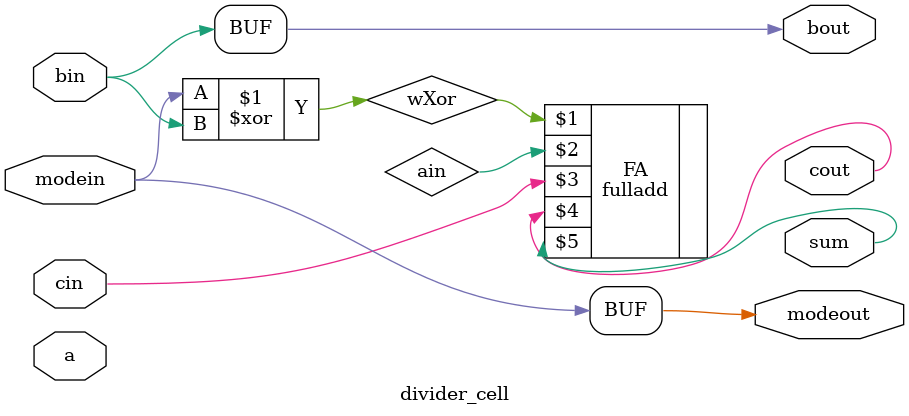
<source format=v>
module divider_cell(
	input a, bin, cin, modein, 
	output bout, cout, sum, modeout
);

	wire wXor;

	xor(wXor, modein, bin);
	
	assign modeout = modein;
	assign bout = bin;
	
	fulladd FA(wXor, ain, cin, cout, sum); 
	
endmodule
</source>
